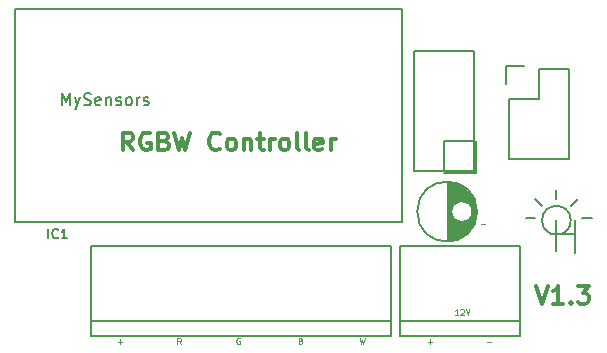
<source format=gto>
G04 #@! TF.FileFunction,Legend,Top*
%FSLAX46Y46*%
G04 Gerber Fmt 4.6, Leading zero omitted, Abs format (unit mm)*
G04 Created by KiCad (PCBNEW 4.0.2-stable) date 01.11.2016 20:23:11*
%MOMM*%
G01*
G04 APERTURE LIST*
%ADD10C,0.100000*%
%ADD11C,0.200000*%
%ADD12C,0.300000*%
%ADD13C,0.150000*%
%ADD14C,0.160000*%
G04 APERTURE END LIST*
D10*
D11*
X151800000Y-89000000D02*
X151800000Y-91800000D01*
X150200000Y-90200000D02*
X151800000Y-90200000D01*
X150200000Y-89000000D02*
X150200000Y-91600000D01*
X149000000Y-87800000D02*
X148400000Y-87200000D01*
X151400000Y-87800000D02*
X152000000Y-87200000D01*
X150200000Y-87200000D02*
X150200000Y-86400000D01*
X147600000Y-88800000D02*
X148400000Y-88800000D01*
X152400000Y-88800000D02*
X153200000Y-88800000D01*
X151416553Y-89000000D02*
G75*
G03X151416553Y-89000000I-1216553J0D01*
G01*
X108357142Y-79252381D02*
X108357142Y-78252381D01*
X108690476Y-78966667D01*
X109023809Y-78252381D01*
X109023809Y-79252381D01*
X109404761Y-78585714D02*
X109642856Y-79252381D01*
X109880952Y-78585714D02*
X109642856Y-79252381D01*
X109547618Y-79490476D01*
X109499999Y-79538095D01*
X109404761Y-79585714D01*
X110214285Y-79204762D02*
X110357142Y-79252381D01*
X110595238Y-79252381D01*
X110690476Y-79204762D01*
X110738095Y-79157143D01*
X110785714Y-79061905D01*
X110785714Y-78966667D01*
X110738095Y-78871429D01*
X110690476Y-78823810D01*
X110595238Y-78776190D01*
X110404761Y-78728571D01*
X110309523Y-78680952D01*
X110261904Y-78633333D01*
X110214285Y-78538095D01*
X110214285Y-78442857D01*
X110261904Y-78347619D01*
X110309523Y-78300000D01*
X110404761Y-78252381D01*
X110642857Y-78252381D01*
X110785714Y-78300000D01*
X111595238Y-79204762D02*
X111500000Y-79252381D01*
X111309523Y-79252381D01*
X111214285Y-79204762D01*
X111166666Y-79109524D01*
X111166666Y-78728571D01*
X111214285Y-78633333D01*
X111309523Y-78585714D01*
X111500000Y-78585714D01*
X111595238Y-78633333D01*
X111642857Y-78728571D01*
X111642857Y-78823810D01*
X111166666Y-78919048D01*
X112071428Y-78585714D02*
X112071428Y-79252381D01*
X112071428Y-78680952D02*
X112119047Y-78633333D01*
X112214285Y-78585714D01*
X112357143Y-78585714D01*
X112452381Y-78633333D01*
X112500000Y-78728571D01*
X112500000Y-79252381D01*
X112928571Y-79204762D02*
X113023809Y-79252381D01*
X113214285Y-79252381D01*
X113309524Y-79204762D01*
X113357143Y-79109524D01*
X113357143Y-79061905D01*
X113309524Y-78966667D01*
X113214285Y-78919048D01*
X113071428Y-78919048D01*
X112976190Y-78871429D01*
X112928571Y-78776190D01*
X112928571Y-78728571D01*
X112976190Y-78633333D01*
X113071428Y-78585714D01*
X113214285Y-78585714D01*
X113309524Y-78633333D01*
X113928571Y-79252381D02*
X113833333Y-79204762D01*
X113785714Y-79157143D01*
X113738095Y-79061905D01*
X113738095Y-78776190D01*
X113785714Y-78680952D01*
X113833333Y-78633333D01*
X113928571Y-78585714D01*
X114071429Y-78585714D01*
X114166667Y-78633333D01*
X114214286Y-78680952D01*
X114261905Y-78776190D01*
X114261905Y-79061905D01*
X114214286Y-79157143D01*
X114166667Y-79204762D01*
X114071429Y-79252381D01*
X113928571Y-79252381D01*
X114690476Y-79252381D02*
X114690476Y-78585714D01*
X114690476Y-78776190D02*
X114738095Y-78680952D01*
X114785714Y-78633333D01*
X114880952Y-78585714D01*
X114976191Y-78585714D01*
X115261905Y-79204762D02*
X115357143Y-79252381D01*
X115547619Y-79252381D01*
X115642858Y-79204762D01*
X115690477Y-79109524D01*
X115690477Y-79061905D01*
X115642858Y-78966667D01*
X115547619Y-78919048D01*
X115404762Y-78919048D01*
X115309524Y-78871429D01*
X115261905Y-78776190D01*
X115261905Y-78728571D01*
X115309524Y-78633333D01*
X115404762Y-78585714D01*
X115547619Y-78585714D01*
X115642858Y-78633333D01*
D10*
X141890477Y-97026190D02*
X141604763Y-97026190D01*
X141747620Y-97026190D02*
X141747620Y-96526190D01*
X141700001Y-96597619D01*
X141652382Y-96645238D01*
X141604763Y-96669048D01*
X142080953Y-96573810D02*
X142104763Y-96550000D01*
X142152382Y-96526190D01*
X142271429Y-96526190D01*
X142319048Y-96550000D01*
X142342858Y-96573810D01*
X142366667Y-96621429D01*
X142366667Y-96669048D01*
X142342858Y-96740476D01*
X142057144Y-97026190D01*
X142366667Y-97026190D01*
X142509524Y-96526190D02*
X142676191Y-97026190D01*
X142842857Y-96526190D01*
D12*
X148514286Y-94578571D02*
X149014286Y-96078571D01*
X149514286Y-94578571D01*
X150800000Y-96078571D02*
X149942857Y-96078571D01*
X150371429Y-96078571D02*
X150371429Y-94578571D01*
X150228572Y-94792857D01*
X150085714Y-94935714D01*
X149942857Y-95007143D01*
X151442857Y-95935714D02*
X151514285Y-96007143D01*
X151442857Y-96078571D01*
X151371428Y-96007143D01*
X151442857Y-95935714D01*
X151442857Y-96078571D01*
X152014286Y-94578571D02*
X152942857Y-94578571D01*
X152442857Y-95150000D01*
X152657143Y-95150000D01*
X152800000Y-95221429D01*
X152871429Y-95292857D01*
X152942857Y-95435714D01*
X152942857Y-95792857D01*
X152871429Y-95935714D01*
X152800000Y-96007143D01*
X152657143Y-96078571D01*
X152228571Y-96078571D01*
X152085714Y-96007143D01*
X152014286Y-95935714D01*
X114364287Y-83078571D02*
X113864287Y-82364286D01*
X113507144Y-83078571D02*
X113507144Y-81578571D01*
X114078572Y-81578571D01*
X114221430Y-81650000D01*
X114292858Y-81721429D01*
X114364287Y-81864286D01*
X114364287Y-82078571D01*
X114292858Y-82221429D01*
X114221430Y-82292857D01*
X114078572Y-82364286D01*
X113507144Y-82364286D01*
X115792858Y-81650000D02*
X115650001Y-81578571D01*
X115435715Y-81578571D01*
X115221430Y-81650000D01*
X115078572Y-81792857D01*
X115007144Y-81935714D01*
X114935715Y-82221429D01*
X114935715Y-82435714D01*
X115007144Y-82721429D01*
X115078572Y-82864286D01*
X115221430Y-83007143D01*
X115435715Y-83078571D01*
X115578572Y-83078571D01*
X115792858Y-83007143D01*
X115864287Y-82935714D01*
X115864287Y-82435714D01*
X115578572Y-82435714D01*
X117007144Y-82292857D02*
X117221430Y-82364286D01*
X117292858Y-82435714D01*
X117364287Y-82578571D01*
X117364287Y-82792857D01*
X117292858Y-82935714D01*
X117221430Y-83007143D01*
X117078572Y-83078571D01*
X116507144Y-83078571D01*
X116507144Y-81578571D01*
X117007144Y-81578571D01*
X117150001Y-81650000D01*
X117221430Y-81721429D01*
X117292858Y-81864286D01*
X117292858Y-82007143D01*
X117221430Y-82150000D01*
X117150001Y-82221429D01*
X117007144Y-82292857D01*
X116507144Y-82292857D01*
X117864287Y-81578571D02*
X118221430Y-83078571D01*
X118507144Y-82007143D01*
X118792858Y-83078571D01*
X119150001Y-81578571D01*
X121721430Y-82935714D02*
X121650001Y-83007143D01*
X121435715Y-83078571D01*
X121292858Y-83078571D01*
X121078573Y-83007143D01*
X120935715Y-82864286D01*
X120864287Y-82721429D01*
X120792858Y-82435714D01*
X120792858Y-82221429D01*
X120864287Y-81935714D01*
X120935715Y-81792857D01*
X121078573Y-81650000D01*
X121292858Y-81578571D01*
X121435715Y-81578571D01*
X121650001Y-81650000D01*
X121721430Y-81721429D01*
X122578573Y-83078571D02*
X122435715Y-83007143D01*
X122364287Y-82935714D01*
X122292858Y-82792857D01*
X122292858Y-82364286D01*
X122364287Y-82221429D01*
X122435715Y-82150000D01*
X122578573Y-82078571D01*
X122792858Y-82078571D01*
X122935715Y-82150000D01*
X123007144Y-82221429D01*
X123078573Y-82364286D01*
X123078573Y-82792857D01*
X123007144Y-82935714D01*
X122935715Y-83007143D01*
X122792858Y-83078571D01*
X122578573Y-83078571D01*
X123721430Y-82078571D02*
X123721430Y-83078571D01*
X123721430Y-82221429D02*
X123792858Y-82150000D01*
X123935716Y-82078571D01*
X124150001Y-82078571D01*
X124292858Y-82150000D01*
X124364287Y-82292857D01*
X124364287Y-83078571D01*
X124864287Y-82078571D02*
X125435716Y-82078571D01*
X125078573Y-81578571D02*
X125078573Y-82864286D01*
X125150001Y-83007143D01*
X125292859Y-83078571D01*
X125435716Y-83078571D01*
X125935716Y-83078571D02*
X125935716Y-82078571D01*
X125935716Y-82364286D02*
X126007144Y-82221429D01*
X126078573Y-82150000D01*
X126221430Y-82078571D01*
X126364287Y-82078571D01*
X127078573Y-83078571D02*
X126935715Y-83007143D01*
X126864287Y-82935714D01*
X126792858Y-82792857D01*
X126792858Y-82364286D01*
X126864287Y-82221429D01*
X126935715Y-82150000D01*
X127078573Y-82078571D01*
X127292858Y-82078571D01*
X127435715Y-82150000D01*
X127507144Y-82221429D01*
X127578573Y-82364286D01*
X127578573Y-82792857D01*
X127507144Y-82935714D01*
X127435715Y-83007143D01*
X127292858Y-83078571D01*
X127078573Y-83078571D01*
X128435716Y-83078571D02*
X128292858Y-83007143D01*
X128221430Y-82864286D01*
X128221430Y-81578571D01*
X129221430Y-83078571D02*
X129078572Y-83007143D01*
X129007144Y-82864286D01*
X129007144Y-81578571D01*
X130364286Y-83007143D02*
X130221429Y-83078571D01*
X129935715Y-83078571D01*
X129792858Y-83007143D01*
X129721429Y-82864286D01*
X129721429Y-82292857D01*
X129792858Y-82150000D01*
X129935715Y-82078571D01*
X130221429Y-82078571D01*
X130364286Y-82150000D01*
X130435715Y-82292857D01*
X130435715Y-82435714D01*
X129721429Y-82578571D01*
X131078572Y-83078571D02*
X131078572Y-82078571D01*
X131078572Y-82364286D02*
X131150000Y-82221429D01*
X131221429Y-82150000D01*
X131364286Y-82078571D01*
X131507143Y-82078571D01*
D10*
X143809524Y-89285714D02*
X144190476Y-89285714D01*
X113059524Y-99285714D02*
X113440476Y-99285714D01*
X113250000Y-99476190D02*
X113250000Y-99095238D01*
X118404762Y-99476190D02*
X118238095Y-99238095D01*
X118119048Y-99476190D02*
X118119048Y-98976190D01*
X118309524Y-98976190D01*
X118357143Y-99000000D01*
X118380952Y-99023810D01*
X118404762Y-99071429D01*
X118404762Y-99142857D01*
X118380952Y-99190476D01*
X118357143Y-99214286D01*
X118309524Y-99238095D01*
X118119048Y-99238095D01*
X123380952Y-99000000D02*
X123333333Y-98976190D01*
X123261905Y-98976190D01*
X123190476Y-99000000D01*
X123142857Y-99047619D01*
X123119048Y-99095238D01*
X123095238Y-99190476D01*
X123095238Y-99261905D01*
X123119048Y-99357143D01*
X123142857Y-99404762D01*
X123190476Y-99452381D01*
X123261905Y-99476190D01*
X123309524Y-99476190D01*
X123380952Y-99452381D01*
X123404762Y-99428571D01*
X123404762Y-99261905D01*
X123309524Y-99261905D01*
X128535714Y-99214286D02*
X128607143Y-99238095D01*
X128630952Y-99261905D01*
X128654762Y-99309524D01*
X128654762Y-99380952D01*
X128630952Y-99428571D01*
X128607143Y-99452381D01*
X128559524Y-99476190D01*
X128369048Y-99476190D01*
X128369048Y-98976190D01*
X128535714Y-98976190D01*
X128583333Y-99000000D01*
X128607143Y-99023810D01*
X128630952Y-99071429D01*
X128630952Y-99119048D01*
X128607143Y-99166667D01*
X128583333Y-99190476D01*
X128535714Y-99214286D01*
X128369048Y-99214286D01*
X133535715Y-98976190D02*
X133654762Y-99476190D01*
X133750000Y-99119048D01*
X133845238Y-99476190D01*
X133964286Y-98976190D01*
X139309524Y-99285714D02*
X139690476Y-99285714D01*
X139500000Y-99476190D02*
X139500000Y-99095238D01*
X144309524Y-99285714D02*
X144690476Y-99285714D01*
D13*
X137160000Y-89154000D02*
X137160000Y-71120000D01*
X104394000Y-71120000D02*
X104394000Y-89154000D01*
X137160000Y-89154000D02*
X104394000Y-89154000D01*
X104394000Y-71120000D02*
X137160000Y-71120000D01*
X143383000Y-82296000D02*
X143383000Y-84963000D01*
X143383000Y-84963000D02*
X140716000Y-84963000D01*
X143256000Y-77216000D02*
X143256000Y-74676000D01*
X143256000Y-74676000D02*
X140716000Y-74676000D01*
X143256000Y-82296000D02*
X140716000Y-82296000D01*
X140716000Y-82296000D02*
X140716000Y-84836000D01*
X143256000Y-77216000D02*
X143256000Y-84836000D01*
X143256000Y-84836000D02*
X138176000Y-84836000D01*
X138176000Y-84836000D02*
X138176000Y-74676000D01*
X138176000Y-74676000D02*
X140716000Y-74676000D01*
X141025000Y-85766000D02*
X141025000Y-90764000D01*
X141165000Y-85774000D02*
X141165000Y-90756000D01*
X141305000Y-85790000D02*
X141305000Y-88170000D01*
X141305000Y-88360000D02*
X141305000Y-90740000D01*
X141445000Y-85814000D02*
X141445000Y-87775000D01*
X141445000Y-88755000D02*
X141445000Y-90716000D01*
X141585000Y-85847000D02*
X141585000Y-87608000D01*
X141585000Y-88922000D02*
X141585000Y-90683000D01*
X141725000Y-85888000D02*
X141725000Y-87501000D01*
X141725000Y-89029000D02*
X141725000Y-90642000D01*
X141865000Y-85938000D02*
X141865000Y-87430000D01*
X141865000Y-89100000D02*
X141865000Y-90592000D01*
X142005000Y-85999000D02*
X142005000Y-87386000D01*
X142005000Y-89144000D02*
X142005000Y-90531000D01*
X142145000Y-86069000D02*
X142145000Y-87367000D01*
X142145000Y-89163000D02*
X142145000Y-90461000D01*
X142285000Y-86151000D02*
X142285000Y-87369000D01*
X142285000Y-89161000D02*
X142285000Y-90379000D01*
X142425000Y-86246000D02*
X142425000Y-87394000D01*
X142425000Y-89136000D02*
X142425000Y-90284000D01*
X142565000Y-86357000D02*
X142565000Y-87442000D01*
X142565000Y-89088000D02*
X142565000Y-90173000D01*
X142705000Y-86485000D02*
X142705000Y-87520000D01*
X142705000Y-89010000D02*
X142705000Y-90045000D01*
X142845000Y-86634000D02*
X142845000Y-87637000D01*
X142845000Y-88893000D02*
X142845000Y-89896000D01*
X142985000Y-86813000D02*
X142985000Y-87825000D01*
X142985000Y-88705000D02*
X142985000Y-89717000D01*
X143125000Y-87032000D02*
X143125000Y-89498000D01*
X143265000Y-87321000D02*
X143265000Y-89209000D01*
X143405000Y-87793000D02*
X143405000Y-88737000D01*
X143100000Y-88265000D02*
G75*
G03X143100000Y-88265000I-900000J0D01*
G01*
X143487500Y-88265000D02*
G75*
G03X143487500Y-88265000I-2537500J0D01*
G01*
X110800000Y-98810000D02*
X136200000Y-98810000D01*
X110800000Y-97540000D02*
X136200000Y-97540000D01*
X110800000Y-91190000D02*
X136200000Y-91190000D01*
X136200000Y-91190000D02*
X136200000Y-98810000D01*
X110800000Y-91190000D02*
X110800000Y-98810000D01*
X147080000Y-97540000D02*
X136920000Y-97540000D01*
X147080000Y-98810000D02*
X147080000Y-91190000D01*
X147080000Y-91190000D02*
X136920000Y-91190000D01*
X136920000Y-91190000D02*
X136920000Y-98810000D01*
X136920000Y-98810000D02*
X147080000Y-98810000D01*
X146230000Y-78770000D02*
X146230000Y-83850000D01*
X145950000Y-75950000D02*
X147500000Y-75950000D01*
X148770000Y-76230000D02*
X148770000Y-78770000D01*
X148770000Y-78770000D02*
X146230000Y-78770000D01*
X146230000Y-83850000D02*
X151310000Y-83850000D01*
X151310000Y-83850000D02*
X151310000Y-78770000D01*
X145950000Y-75950000D02*
X145950000Y-77500000D01*
X151310000Y-76230000D02*
X148770000Y-76230000D01*
X151310000Y-78770000D02*
X151310000Y-76230000D01*
D14*
X107169048Y-90531905D02*
X107169048Y-89731905D01*
X108007143Y-90455714D02*
X107969048Y-90493810D01*
X107854762Y-90531905D01*
X107778572Y-90531905D01*
X107664286Y-90493810D01*
X107588095Y-90417619D01*
X107550000Y-90341429D01*
X107511905Y-90189048D01*
X107511905Y-90074762D01*
X107550000Y-89922381D01*
X107588095Y-89846190D01*
X107664286Y-89770000D01*
X107778572Y-89731905D01*
X107854762Y-89731905D01*
X107969048Y-89770000D01*
X108007143Y-89808095D01*
X108769048Y-90531905D02*
X108311905Y-90531905D01*
X108540476Y-90531905D02*
X108540476Y-89731905D01*
X108464286Y-89846190D01*
X108388095Y-89922381D01*
X108311905Y-89960476D01*
M02*

</source>
